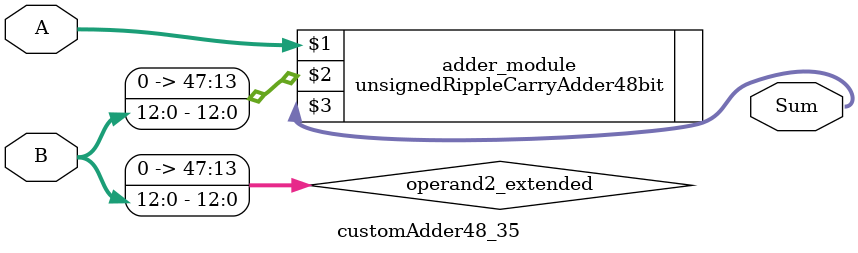
<source format=v>
module customAdder48_35(
                        input [47 : 0] A,
                        input [12 : 0] B,
                        
                        output [48 : 0] Sum
                );

        wire [47 : 0] operand2_extended;
        
        assign operand2_extended =  {35'b0, B};
        
        unsignedRippleCarryAdder48bit adder_module(
            A,
            operand2_extended,
            Sum
        );
        
        endmodule
        
</source>
